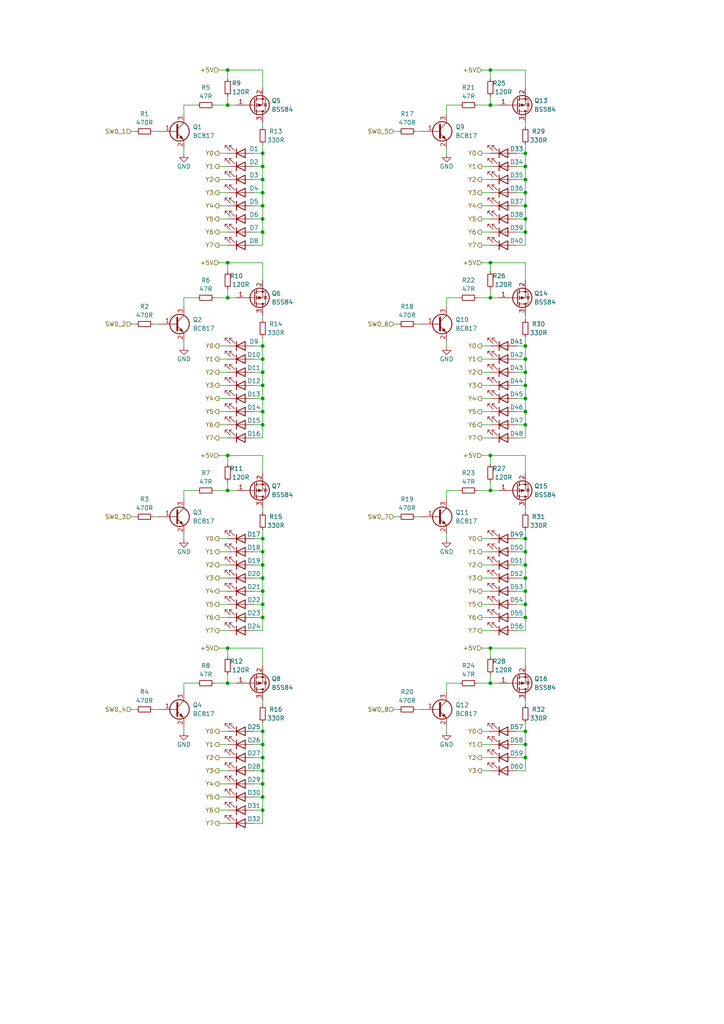
<source format=kicad_sch>
(kicad_sch (version 20211123) (generator eeschema)
  (paper "A4" portrait)
  (junction (at 76.2 55.88))
  (junction (at 76.2 115.57))
  (junction (at 142.24 20.32))
  (junction (at 76.2 234.95))
  (junction (at 76.2 67.31))
  (junction (at 142.24 198.12))
  (junction (at 76.2 171.45))
  (junction (at 142.24 30.48))
  (junction (at 66.04 132.08))
  (junction (at 66.04 76.2))
  (junction (at 76.2 123.19))
  (junction (at 142.24 142.24))
  (junction (at 152.4 123.19))
  (junction (at 142.24 187.96))
  (junction (at 76.2 167.64))
  (junction (at 76.2 52.07))
  (junction (at 152.4 163.83))
  (junction (at 152.4 67.31))
  (junction (at 152.4 107.95))
  (junction (at 76.2 63.5))
  (junction (at 152.4 48.26))
  (junction (at 152.4 55.88))
  (junction (at 76.2 231.14))
  (junction (at 152.4 44.45))
  (junction (at 152.4 52.07))
  (junction (at 152.4 179.07))
  (junction (at 66.04 142.24))
  (junction (at 76.2 212.09))
  (junction (at 76.2 119.38))
  (junction (at 66.04 20.32))
  (junction (at 152.4 219.71))
  (junction (at 76.2 44.45))
  (junction (at 152.4 156.21))
  (junction (at 152.4 212.09))
  (junction (at 76.2 223.52))
  (junction (at 66.04 198.12))
  (junction (at 66.04 30.48))
  (junction (at 76.2 163.83))
  (junction (at 66.04 187.96))
  (junction (at 142.24 86.36))
  (junction (at 152.4 115.57))
  (junction (at 76.2 219.71))
  (junction (at 152.4 59.69))
  (junction (at 76.2 227.33))
  (junction (at 76.2 175.26))
  (junction (at 76.2 156.21))
  (junction (at 76.2 100.33))
  (junction (at 76.2 107.95))
  (junction (at 142.24 132.08))
  (junction (at 142.24 76.2))
  (junction (at 152.4 175.26))
  (junction (at 76.2 104.14))
  (junction (at 152.4 119.38))
  (junction (at 152.4 167.64))
  (junction (at 152.4 111.76))
  (junction (at 66.04 86.36))
  (junction (at 152.4 215.9))
  (junction (at 152.4 63.5))
  (junction (at 152.4 100.33))
  (junction (at 152.4 104.14))
  (junction (at 152.4 160.02))
  (junction (at 76.2 160.02))
  (junction (at 76.2 215.9))
  (junction (at 76.2 179.07))
  (junction (at 76.2 111.76))
  (junction (at 76.2 59.69))
  (junction (at 76.2 48.26))
  (junction (at 152.4 171.45))
  (wire (pts (xy 149.86 104.14) (xy 152.4 104.14)))
  (wire (pts (xy 63.5 238.76) (xy 66.04 238.76)))
  (wire (pts (xy 66.04 187.96) (xy 76.2 187.96)))
  (wire (pts (xy 76.2 44.45) (xy 76.2 48.26)))
  (wire (pts (xy 152.4 20.32) (xy 152.4 25.4)))
  (wire (pts (xy 139.7 67.31) (xy 142.24 67.31)))
  (wire (pts (xy 63.5 219.71) (xy 66.04 219.71)))
  (wire (pts (xy 139.7 48.26) (xy 142.24 48.26)))
  (wire (pts (xy 142.24 142.24) (xy 144.78 142.24)))
  (wire (pts (xy 149.86 219.71) (xy 152.4 219.71)))
  (wire (pts (xy 152.4 104.14) (xy 152.4 107.95)))
  (wire (pts (xy 114.3 205.74) (xy 115.57 205.74)))
  (wire (pts (xy 66.04 195.58) (xy 66.04 198.12)))
  (wire (pts (xy 120.65 149.86) (xy 121.92 149.86)))
  (wire (pts (xy 73.66 167.64) (xy 76.2 167.64)))
  (wire (pts (xy 66.04 30.48) (xy 68.58 30.48)))
  (wire (pts (xy 73.66 115.57) (xy 76.2 115.57)))
  (wire (pts (xy 57.15 86.36) (xy 53.34 86.36)))
  (wire (pts (xy 44.45 93.98) (xy 45.72 93.98)))
  (wire (pts (xy 149.86 111.76) (xy 152.4 111.76)))
  (wire (pts (xy 66.04 142.24) (xy 68.58 142.24)))
  (wire (pts (xy 73.66 107.95) (xy 76.2 107.95)))
  (wire (pts (xy 139.7 160.02) (xy 142.24 160.02)))
  (wire (pts (xy 152.4 132.08) (xy 152.4 137.16)))
  (wire (pts (xy 73.66 119.38) (xy 76.2 119.38)))
  (wire (pts (xy 63.5 132.08) (xy 66.04 132.08)))
  (wire (pts (xy 76.2 97.79) (xy 76.2 100.33)))
  (wire (pts (xy 149.86 215.9) (xy 152.4 215.9)))
  (wire (pts (xy 142.24 20.32) (xy 152.4 20.32)))
  (wire (pts (xy 139.7 104.14) (xy 142.24 104.14)))
  (wire (pts (xy 63.5 100.33) (xy 66.04 100.33)))
  (wire (pts (xy 142.24 195.58) (xy 142.24 198.12)))
  (wire (pts (xy 73.66 55.88) (xy 76.2 55.88)))
  (wire (pts (xy 76.2 167.64) (xy 76.2 171.45)))
  (wire (pts (xy 66.04 198.12) (xy 68.58 198.12)))
  (wire (pts (xy 63.5 115.57) (xy 66.04 115.57)))
  (wire (pts (xy 142.24 132.08) (xy 152.4 132.08)))
  (wire (pts (xy 152.4 212.09) (xy 152.4 215.9)))
  (wire (pts (xy 139.7 179.07) (xy 142.24 179.07)))
  (wire (pts (xy 139.7 171.45) (xy 142.24 171.45)))
  (wire (pts (xy 76.2 223.52) (xy 76.2 227.33)))
  (wire (pts (xy 149.86 127) (xy 152.4 127)))
  (wire (pts (xy 139.7 115.57) (xy 142.24 115.57)))
  (wire (pts (xy 73.66 156.21) (xy 76.2 156.21)))
  (wire (pts (xy 114.3 38.1) (xy 115.57 38.1)))
  (wire (pts (xy 139.7 127) (xy 142.24 127)))
  (wire (pts (xy 139.7 107.95) (xy 142.24 107.95)))
  (wire (pts (xy 44.45 38.1) (xy 45.72 38.1)))
  (wire (pts (xy 139.7 163.83) (xy 142.24 163.83)))
  (wire (pts (xy 63.5 71.12) (xy 66.04 71.12)))
  (wire (pts (xy 152.4 119.38) (xy 152.4 123.19)))
  (wire (pts (xy 149.86 59.69) (xy 152.4 59.69)))
  (wire (pts (xy 129.54 99.06) (xy 129.54 100.33)))
  (wire (pts (xy 139.7 219.71) (xy 142.24 219.71)))
  (wire (pts (xy 152.4 203.2) (xy 152.4 204.47)))
  (wire (pts (xy 73.66 234.95) (xy 76.2 234.95)))
  (wire (pts (xy 114.3 149.86) (xy 115.57 149.86)))
  (wire (pts (xy 63.5 223.52) (xy 66.04 223.52)))
  (wire (pts (xy 149.86 44.45) (xy 152.4 44.45)))
  (wire (pts (xy 139.7 156.21) (xy 142.24 156.21)))
  (wire (pts (xy 152.4 171.45) (xy 152.4 175.26)))
  (wire (pts (xy 76.2 107.95) (xy 76.2 111.76)))
  (wire (pts (xy 53.34 154.94) (xy 53.34 156.21)))
  (wire (pts (xy 138.43 142.24) (xy 142.24 142.24)))
  (wire (pts (xy 152.4 107.95) (xy 152.4 111.76)))
  (wire (pts (xy 152.4 111.76) (xy 152.4 115.57)))
  (wire (pts (xy 63.5 127) (xy 66.04 127)))
  (wire (pts (xy 142.24 30.48) (xy 144.78 30.48)))
  (wire (pts (xy 139.7 123.19) (xy 142.24 123.19)))
  (wire (pts (xy 44.45 149.86) (xy 45.72 149.86)))
  (wire (pts (xy 73.66 227.33) (xy 76.2 227.33)))
  (wire (pts (xy 139.7 59.69) (xy 142.24 59.69)))
  (wire (pts (xy 142.24 187.96) (xy 142.24 190.5)))
  (wire (pts (xy 76.2 132.08) (xy 76.2 137.16)))
  (wire (pts (xy 139.7 175.26) (xy 142.24 175.26)))
  (wire (pts (xy 139.7 100.33) (xy 142.24 100.33)))
  (wire (pts (xy 152.4 123.19) (xy 152.4 127)))
  (wire (pts (xy 63.5 55.88) (xy 66.04 55.88)))
  (wire (pts (xy 76.2 41.91) (xy 76.2 44.45)))
  (wire (pts (xy 142.24 76.2) (xy 152.4 76.2)))
  (wire (pts (xy 152.4 100.33) (xy 152.4 104.14)))
  (wire (pts (xy 76.2 67.31) (xy 76.2 71.12)))
  (wire (pts (xy 152.4 219.71) (xy 152.4 223.52)))
  (wire (pts (xy 63.5 179.07) (xy 66.04 179.07)))
  (wire (pts (xy 152.4 97.79) (xy 152.4 100.33)))
  (wire (pts (xy 139.7 167.64) (xy 142.24 167.64)))
  (wire (pts (xy 142.24 86.36) (xy 144.78 86.36)))
  (wire (pts (xy 149.86 223.52) (xy 152.4 223.52)))
  (wire (pts (xy 66.04 132.08) (xy 66.04 134.62)))
  (wire (pts (xy 76.2 52.07) (xy 76.2 55.88)))
  (wire (pts (xy 66.04 76.2) (xy 76.2 76.2)))
  (wire (pts (xy 63.5 182.88) (xy 66.04 182.88)))
  (wire (pts (xy 149.86 67.31) (xy 152.4 67.31)))
  (wire (pts (xy 73.66 104.14) (xy 76.2 104.14)))
  (wire (pts (xy 152.4 59.69) (xy 152.4 63.5)))
  (wire (pts (xy 66.04 76.2) (xy 66.04 78.74)))
  (wire (pts (xy 63.5 104.14) (xy 66.04 104.14)))
  (wire (pts (xy 63.5 187.96) (xy 66.04 187.96)))
  (wire (pts (xy 63.5 234.95) (xy 66.04 234.95)))
  (wire (pts (xy 63.5 175.26) (xy 66.04 175.26)))
  (wire (pts (xy 139.7 76.2) (xy 142.24 76.2)))
  (wire (pts (xy 63.5 231.14) (xy 66.04 231.14)))
  (wire (pts (xy 149.86 163.83) (xy 152.4 163.83)))
  (wire (pts (xy 152.4 215.9) (xy 152.4 219.71)))
  (wire (pts (xy 149.86 182.88) (xy 152.4 182.88)))
  (wire (pts (xy 73.66 171.45) (xy 76.2 171.45)))
  (wire (pts (xy 139.7 55.88) (xy 142.24 55.88)))
  (wire (pts (xy 76.2 160.02) (xy 76.2 163.83)))
  (wire (pts (xy 66.04 20.32) (xy 76.2 20.32)))
  (wire (pts (xy 53.34 30.48) (xy 53.34 33.02)))
  (wire (pts (xy 63.5 63.5) (xy 66.04 63.5)))
  (wire (pts (xy 149.86 167.64) (xy 152.4 167.64)))
  (wire (pts (xy 76.2 179.07) (xy 76.2 182.88)))
  (wire (pts (xy 76.2 175.26) (xy 76.2 179.07)))
  (wire (pts (xy 53.34 43.18) (xy 53.34 44.45)))
  (wire (pts (xy 76.2 219.71) (xy 76.2 223.52)))
  (wire (pts (xy 66.04 27.94) (xy 66.04 30.48)))
  (wire (pts (xy 73.66 111.76) (xy 76.2 111.76)))
  (wire (pts (xy 76.2 63.5) (xy 76.2 67.31)))
  (wire (pts (xy 142.24 187.96) (xy 152.4 187.96)))
  (wire (pts (xy 142.24 139.7) (xy 142.24 142.24)))
  (wire (pts (xy 38.1 38.1) (xy 39.37 38.1)))
  (wire (pts (xy 76.2 104.14) (xy 76.2 107.95)))
  (wire (pts (xy 149.86 71.12) (xy 152.4 71.12)))
  (wire (pts (xy 73.66 238.76) (xy 76.2 238.76)))
  (wire (pts (xy 142.24 27.94) (xy 142.24 30.48)))
  (wire (pts (xy 129.54 43.18) (xy 129.54 44.45)))
  (wire (pts (xy 63.5 119.38) (xy 66.04 119.38)))
  (wire (pts (xy 114.3 93.98) (xy 115.57 93.98)))
  (wire (pts (xy 152.4 163.83) (xy 152.4 167.64)))
  (wire (pts (xy 76.2 209.55) (xy 76.2 212.09)))
  (wire (pts (xy 76.2 111.76) (xy 76.2 115.57)))
  (wire (pts (xy 73.66 215.9) (xy 76.2 215.9)))
  (wire (pts (xy 63.5 156.21) (xy 66.04 156.21)))
  (wire (pts (xy 73.66 67.31) (xy 76.2 67.31)))
  (wire (pts (xy 76.2 91.44) (xy 76.2 92.71)))
  (wire (pts (xy 152.4 160.02) (xy 152.4 163.83)))
  (wire (pts (xy 63.5 107.95) (xy 66.04 107.95)))
  (wire (pts (xy 149.86 115.57) (xy 152.4 115.57)))
  (wire (pts (xy 66.04 83.82) (xy 66.04 86.36)))
  (wire (pts (xy 66.04 187.96) (xy 66.04 190.5)))
  (wire (pts (xy 152.4 209.55) (xy 152.4 212.09)))
  (wire (pts (xy 152.4 147.32) (xy 152.4 148.59)))
  (wire (pts (xy 139.7 20.32) (xy 142.24 20.32)))
  (wire (pts (xy 139.7 52.07) (xy 142.24 52.07)))
  (wire (pts (xy 63.5 123.19) (xy 66.04 123.19)))
  (wire (pts (xy 76.2 76.2) (xy 76.2 81.28)))
  (wire (pts (xy 142.24 20.32) (xy 142.24 22.86)))
  (wire (pts (xy 152.4 179.07) (xy 152.4 182.88)))
  (wire (pts (xy 73.66 123.19) (xy 76.2 123.19)))
  (wire (pts (xy 73.66 163.83) (xy 76.2 163.83)))
  (wire (pts (xy 133.35 142.24) (xy 129.54 142.24)))
  (wire (pts (xy 149.86 100.33) (xy 152.4 100.33)))
  (wire (pts (xy 63.5 160.02) (xy 66.04 160.02)))
  (wire (pts (xy 152.4 175.26) (xy 152.4 179.07)))
  (wire (pts (xy 57.15 30.48) (xy 53.34 30.48)))
  (wire (pts (xy 66.04 139.7) (xy 66.04 142.24)))
  (wire (pts (xy 63.5 20.32) (xy 66.04 20.32)))
  (wire (pts (xy 76.2 234.95) (xy 76.2 238.76)))
  (wire (pts (xy 63.5 59.69) (xy 66.04 59.69)))
  (wire (pts (xy 76.2 100.33) (xy 76.2 104.14)))
  (wire (pts (xy 120.65 93.98) (xy 121.92 93.98)))
  (wire (pts (xy 63.5 52.07) (xy 66.04 52.07)))
  (wire (pts (xy 63.5 167.64) (xy 66.04 167.64)))
  (wire (pts (xy 142.24 132.08) (xy 142.24 134.62)))
  (wire (pts (xy 53.34 210.82) (xy 53.34 212.09)))
  (wire (pts (xy 152.4 153.67) (xy 152.4 156.21)))
  (wire (pts (xy 76.2 212.09) (xy 76.2 215.9)))
  (wire (pts (xy 149.86 171.45) (xy 152.4 171.45)))
  (wire (pts (xy 38.1 149.86) (xy 39.37 149.86)))
  (wire (pts (xy 73.66 44.45) (xy 76.2 44.45)))
  (wire (pts (xy 73.66 52.07) (xy 76.2 52.07)))
  (wire (pts (xy 66.04 20.32) (xy 66.04 22.86)))
  (wire (pts (xy 139.7 132.08) (xy 142.24 132.08)))
  (wire (pts (xy 62.23 142.24) (xy 66.04 142.24)))
  (wire (pts (xy 139.7 215.9) (xy 142.24 215.9)))
  (wire (pts (xy 73.66 231.14) (xy 76.2 231.14)))
  (wire (pts (xy 62.23 30.48) (xy 66.04 30.48)))
  (wire (pts (xy 149.86 55.88) (xy 152.4 55.88)))
  (wire (pts (xy 152.4 41.91) (xy 152.4 44.45)))
  (wire (pts (xy 76.2 59.69) (xy 76.2 63.5)))
  (wire (pts (xy 129.54 198.12) (xy 129.54 200.66)))
  (wire (pts (xy 149.86 175.26) (xy 152.4 175.26)))
  (wire (pts (xy 44.45 205.74) (xy 45.72 205.74)))
  (wire (pts (xy 53.34 86.36) (xy 53.34 88.9)))
  (wire (pts (xy 76.2 171.45) (xy 76.2 175.26)))
  (wire (pts (xy 142.24 198.12) (xy 144.78 198.12)))
  (wire (pts (xy 129.54 142.24) (xy 129.54 144.78)))
  (wire (pts (xy 129.54 86.36) (xy 129.54 88.9)))
  (wire (pts (xy 129.54 210.82) (xy 129.54 212.09)))
  (wire (pts (xy 120.65 205.74) (xy 121.92 205.74)))
  (wire (pts (xy 76.2 48.26) (xy 76.2 52.07)))
  (wire (pts (xy 76.2 119.38) (xy 76.2 123.19)))
  (wire (pts (xy 63.5 163.83) (xy 66.04 163.83)))
  (wire (pts (xy 73.66 182.88) (xy 76.2 182.88)))
  (wire (pts (xy 149.86 179.07) (xy 152.4 179.07)))
  (wire (pts (xy 76.2 123.19) (xy 76.2 127)))
  (wire (pts (xy 53.34 99.06) (xy 53.34 100.33)))
  (wire (pts (xy 149.86 212.09) (xy 152.4 212.09)))
  (wire (pts (xy 73.66 175.26) (xy 76.2 175.26)))
  (wire (pts (xy 133.35 30.48) (xy 129.54 30.48)))
  (wire (pts (xy 152.4 44.45) (xy 152.4 48.26)))
  (wire (pts (xy 63.5 67.31) (xy 66.04 67.31)))
  (wire (pts (xy 63.5 48.26) (xy 66.04 48.26)))
  (wire (pts (xy 139.7 212.09) (xy 142.24 212.09)))
  (wire (pts (xy 138.43 30.48) (xy 142.24 30.48)))
  (wire (pts (xy 76.2 35.56) (xy 76.2 36.83)))
  (wire (pts (xy 76.2 227.33) (xy 76.2 231.14)))
  (wire (pts (xy 73.66 59.69) (xy 76.2 59.69)))
  (wire (pts (xy 139.7 71.12) (xy 142.24 71.12)))
  (wire (pts (xy 139.7 111.76) (xy 142.24 111.76)))
  (wire (pts (xy 76.2 55.88) (xy 76.2 59.69)))
  (wire (pts (xy 38.1 205.74) (xy 39.37 205.74)))
  (wire (pts (xy 62.23 86.36) (xy 66.04 86.36)))
  (wire (pts (xy 152.4 48.26) (xy 152.4 52.07)))
  (wire (pts (xy 73.66 160.02) (xy 76.2 160.02)))
  (wire (pts (xy 73.66 219.71) (xy 76.2 219.71)))
  (wire (pts (xy 57.15 142.24) (xy 53.34 142.24)))
  (wire (pts (xy 76.2 187.96) (xy 76.2 193.04)))
  (wire (pts (xy 129.54 154.94) (xy 129.54 156.21)))
  (wire (pts (xy 152.4 76.2) (xy 152.4 81.28)))
  (wire (pts (xy 63.5 212.09) (xy 66.04 212.09)))
  (wire (pts (xy 149.86 160.02) (xy 152.4 160.02)))
  (wire (pts (xy 139.7 119.38) (xy 142.24 119.38)))
  (wire (pts (xy 139.7 182.88) (xy 142.24 182.88)))
  (wire (pts (xy 73.66 71.12) (xy 76.2 71.12)))
  (wire (pts (xy 152.4 91.44) (xy 152.4 92.71)))
  (wire (pts (xy 63.5 215.9) (xy 66.04 215.9)))
  (wire (pts (xy 57.15 198.12) (xy 53.34 198.12)))
  (wire (pts (xy 53.34 198.12) (xy 53.34 200.66)))
  (wire (pts (xy 73.66 100.33) (xy 76.2 100.33)))
  (wire (pts (xy 76.2 153.67) (xy 76.2 156.21)))
  (wire (pts (xy 149.86 107.95) (xy 152.4 107.95)))
  (wire (pts (xy 139.7 223.52) (xy 142.24 223.52)))
  (wire (pts (xy 76.2 115.57) (xy 76.2 119.38)))
  (wire (pts (xy 152.4 35.56) (xy 152.4 36.83)))
  (wire (pts (xy 63.5 44.45) (xy 66.04 44.45)))
  (wire (pts (xy 149.86 48.26) (xy 152.4 48.26)))
  (wire (pts (xy 133.35 86.36) (xy 129.54 86.36)))
  (wire (pts (xy 152.4 167.64) (xy 152.4 171.45)))
  (wire (pts (xy 149.86 123.19) (xy 152.4 123.19)))
  (wire (pts (xy 76.2 147.32) (xy 76.2 148.59)))
  (wire (pts (xy 139.7 187.96) (xy 142.24 187.96)))
  (wire (pts (xy 38.1 93.98) (xy 39.37 93.98)))
  (wire (pts (xy 63.5 111.76) (xy 66.04 111.76)))
  (wire (pts (xy 152.4 63.5) (xy 152.4 67.31)))
  (wire (pts (xy 66.04 86.36) (xy 68.58 86.36)))
  (wire (pts (xy 152.4 55.88) (xy 152.4 59.69)))
  (wire (pts (xy 63.5 171.45) (xy 66.04 171.45)))
  (wire (pts (xy 76.2 231.14) (xy 76.2 234.95)))
  (wire (pts (xy 76.2 203.2) (xy 76.2 204.47)))
  (wire (pts (xy 152.4 187.96) (xy 152.4 193.04)))
  (wire (pts (xy 73.66 212.09) (xy 76.2 212.09)))
  (wire (pts (xy 139.7 44.45) (xy 142.24 44.45)))
  (wire (pts (xy 76.2 215.9) (xy 76.2 219.71)))
  (wire (pts (xy 152.4 67.31) (xy 152.4 71.12)))
  (wire (pts (xy 73.66 179.07) (xy 76.2 179.07)))
  (wire (pts (xy 73.66 48.26) (xy 76.2 48.26)))
  (wire (pts (xy 152.4 52.07) (xy 152.4 55.88)))
  (wire (pts (xy 73.66 223.52) (xy 76.2 223.52)))
  (wire (pts (xy 149.86 52.07) (xy 152.4 52.07)))
  (wire (pts (xy 142.24 83.82) (xy 142.24 86.36)))
  (wire (pts (xy 152.4 156.21) (xy 152.4 160.02)))
  (wire (pts (xy 76.2 163.83) (xy 76.2 167.64)))
  (wire (pts (xy 73.66 127) (xy 76.2 127)))
  (wire (pts (xy 138.43 198.12) (xy 142.24 198.12)))
  (wire (pts (xy 76.2 20.32) (xy 76.2 25.4)))
  (wire (pts (xy 76.2 156.21) (xy 76.2 160.02)))
  (wire (pts (xy 133.35 198.12) (xy 129.54 198.12)))
  (wire (pts (xy 149.86 63.5) (xy 152.4 63.5)))
  (wire (pts (xy 63.5 227.33) (xy 66.04 227.33)))
  (wire (pts (xy 53.34 142.24) (xy 53.34 144.78)))
  (wire (pts (xy 73.66 63.5) (xy 76.2 63.5)))
  (wire (pts (xy 142.24 76.2) (xy 142.24 78.74)))
  (wire (pts (xy 63.5 76.2) (xy 66.04 76.2)))
  (wire (pts (xy 66.04 132.08) (xy 76.2 132.08)))
  (wire (pts (xy 152.4 115.57) (xy 152.4 119.38)))
  (wire (pts (xy 139.7 63.5) (xy 142.24 63.5)))
  (wire (pts (xy 62.23 198.12) (xy 66.04 198.12)))
  (wire (pts (xy 138.43 86.36) (xy 142.24 86.36)))
  (wire (pts (xy 120.65 38.1) (xy 121.92 38.1)))
  (wire (pts (xy 129.54 30.48) (xy 129.54 33.02)))
  (wire (pts (xy 149.86 119.38) (xy 152.4 119.38)))
  (wire (pts (xy 149.86 156.21) (xy 152.4 156.21)))
  (hierarchical_label "Y4" (shape output) (at 139.7 171.45 180))
  (hierarchical_label "Y4" (shape output) (at 63.5 227.33 180))
  (hierarchical_label "Y2" (shape output) (at 139.7 107.95 180))
  (hierarchical_label "Y0" (shape output) (at 139.7 44.45 180))
  (hierarchical_label "+5V" (shape input) (at 63.5 132.08 180))
  (hierarchical_label "Y3" (shape output) (at 63.5 167.64 180))
  (hierarchical_label "Y2" (shape output) (at 139.7 219.71 180))
  (hierarchical_label "+5V" (shape input) (at 139.7 187.96 180))
  (hierarchical_label "SW0_8" (shape input) (at 114.3 205.74 180))
  (hierarchical_label "Y4" (shape output) (at 139.7 59.69 180))
  (hierarchical_label "Y6" (shape output) (at 139.7 123.19 180))
  (hierarchical_label "Y5" (shape output) (at 63.5 63.5 180))
  (hierarchical_label "Y1" (shape output) (at 139.7 160.02 180))
  (hierarchical_label "Y3" (shape output) (at 139.7 223.52 180))
  (hierarchical_label "+5V" (shape input) (at 139.7 76.2 180))
  (hierarchical_label "SW0_5" (shape input) (at 114.3 38.1 180))
  (hierarchical_label "Y6" (shape output) (at 63.5 234.95 180))
  (hierarchical_label "Y4" (shape output) (at 63.5 115.57 180))
  (hierarchical_label "Y1" (shape output) (at 63.5 160.02 180))
  (hierarchical_label "Y7" (shape output) (at 139.7 127 180))
  (hierarchical_label "Y2" (shape output) (at 63.5 52.07 180))
  (hierarchical_label "Y7" (shape output) (at 63.5 127 180))
  (hierarchical_label "Y6" (shape output) (at 63.5 67.31 180))
  (hierarchical_label "Y6" (shape output) (at 63.5 123.19 180))
  (hierarchical_label "Y6" (shape output) (at 139.7 67.31 180))
  (hierarchical_label "+5V" (shape input) (at 139.7 20.32 180))
  (hierarchical_label "Y5" (shape output) (at 63.5 119.38 180))
  (hierarchical_label "Y1" (shape output) (at 63.5 48.26 180))
  (hierarchical_label "Y7" (shape output) (at 63.5 71.12 180))
  (hierarchical_label "+5V" (shape input) (at 139.7 132.08 180))
  (hierarchical_label "Y1" (shape output) (at 139.7 215.9 180))
  (hierarchical_label "Y7" (shape output) (at 139.7 182.88 180))
  (hierarchical_label "Y2" (shape output) (at 139.7 163.83 180))
  (hierarchical_label "Y1" (shape output) (at 139.7 104.14 180))
  (hierarchical_label "Y5" (shape output) (at 63.5 175.26 180))
  (hierarchical_label "Y1" (shape output) (at 63.5 215.9 180))
  (hierarchical_label "Y0" (shape output) (at 139.7 100.33 180))
  (hierarchical_label "Y4" (shape output) (at 63.5 171.45 180))
  (hierarchical_label "Y6" (shape output) (at 139.7 179.07 180))
  (hierarchical_label "Y6" (shape output) (at 63.5 179.07 180))
  (hierarchical_label "Y0" (shape output) (at 63.5 44.45 180))
  (hierarchical_label "Y7" (shape output) (at 139.7 71.12 180))
  (hierarchical_label "Y3" (shape output) (at 139.7 167.64 180))
  (hierarchical_label "SW0_4" (shape input) (at 38.1 205.74 180))
  (hierarchical_label "Y5" (shape output) (at 139.7 63.5 180))
  (hierarchical_label "SW0_6" (shape input) (at 114.3 93.98 180))
  (hierarchical_label "Y0" (shape output) (at 139.7 212.09 180))
  (hierarchical_label "Y0" (shape output) (at 63.5 212.09 180))
  (hierarchical_label "+5V" (shape input) (at 63.5 20.32 180))
  (hierarchical_label "Y2" (shape output) (at 63.5 163.83 180))
  (hierarchical_label "SW0_1" (shape input) (at 38.1 38.1 180))
  (hierarchical_label "SW0_3" (shape input) (at 38.1 149.86 180))
  (hierarchical_label "Y4" (shape output) (at 139.7 115.57 180))
  (hierarchical_label "Y3" (shape output) (at 63.5 223.52 180))
  (hierarchical_label "Y1" (shape output) (at 139.7 48.26 180))
  (hierarchical_label "Y0" (shape output) (at 63.5 156.21 180))
  (hierarchical_label "Y0" (shape output) (at 139.7 156.21 180))
  (hierarchical_label "Y5" (shape output) (at 139.7 175.26 180))
  (hierarchical_label "Y3" (shape output) (at 63.5 111.76 180))
  (hierarchical_label "Y3" (shape output) (at 139.7 55.88 180))
  (hierarchical_label "Y0" (shape output) (at 63.5 100.33 180))
  (hierarchical_label "Y5" (shape output) (at 139.7 119.38 180))
  (hierarchical_label "Y2" (shape output) (at 139.7 52.07 180))
  (hierarchical_label "Y3" (shape output) (at 63.5 55.88 180))
  (hierarchical_label "Y7" (shape output) (at 63.5 238.76 180))
  (hierarchical_label "Y3" (shape output) (at 139.7 111.76 180))
  (hierarchical_label "+5V" (shape input) (at 63.5 187.96 180))
  (hierarchical_label "Y5" (shape output) (at 63.5 231.14 180))
  (hierarchical_label "Y2" (shape output) (at 63.5 219.71 180))
  (hierarchical_label "Y4" (shape output) (at 63.5 59.69 180))
  (hierarchical_label "Y2" (shape output) (at 63.5 107.95 180))
  (hierarchical_label "SW0_7" (shape input) (at 114.3 149.86 180))
  (hierarchical_label "Y1" (shape output) (at 63.5 104.14 180))
  (hierarchical_label "Y7" (shape output) (at 63.5 182.88 180))
  (hierarchical_label "SW0_2" (shape input) (at 38.1 93.98 180))
  (hierarchical_label "+5V" (shape input) (at 63.5 76.2 180))
  (symbol (lib_id "Device:R_Small") (at 76.2 39.37 0) (unit 1)
    (property "Reference" "R13" (at 80.01 38.1 0))
    (property "Value" "330R" (at 80.01 40.64 0))
    (property "Footprint" "Resistor_SMD:R_0603_1608Metric" (effects hide))
    (property "Datasheet" "https://ozdisan.com/pasif-komponentler/direncler/smt-smd-ve-cip-direncler/0603WAF3300T5E/708471" (effects hide))
  )
  (symbol (lib_id "Device:LED") (at 69.85 167.64 0) (mirror x) (unit 1)
    (property "Reference" "D20" (at 73.66 166.37 0))
    (property "Value" "WHITE" (effects hide))
    (property "Footprint" "LED_SMD:LED_0603_1608Metric" (effects hide))
    (property "Datasheet" "https://ozdisan.com/led-ve-aydinlatma-cozumleri/led-komponentler/sinyal-ledler-beyaz/HL-PST-1608H233W-HF4/513250" (effects hide))
  )
  (symbol (lib_id "Device:R_Small") (at 76.2 95.25 0) (unit 1)
    (property "Reference" "R14" (at 80.01 93.98 0))
    (property "Value" "330R" (at 80.01 96.52 0))
    (property "Footprint" "Resistor_SMD:R_0603_1608Metric" (effects hide))
    (property "Datasheet" "https://ozdisan.com/pasif-komponentler/direncler/smt-smd-ve-cip-direncler/0603WAF3300T5E/708471" (effects hide))
  )
  (symbol (lib_id "Device:R_Small") (at 142.24 137.16 0) (unit 1)
    (property "Reference" "R27" (at 144.78 135.89 0))
    (property "Value" "120R" (at 146.05 138.43 0))
    (property "Footprint" "Resistor_SMD:R_0603_1608Metric" (effects hide))
    (property "Datasheet" "https://ozdisan.com/pasif-komponentler/direncler/smt-smd-ve-cip-direncler/0603WAJ0121T5E/534838" (effects hide))
  )
  (symbol (lib_id "Device:LED") (at 69.85 231.14 0) (mirror x) (unit 1)
    (property "Reference" "D30" (at 73.66 229.87 0))
    (property "Value" "WHITE" (effects hide))
    (property "Footprint" "LED_SMD:LED_0603_1608Metric" (effects hide))
    (property "Datasheet" "https://ozdisan.com/led-ve-aydinlatma-cozumleri/led-komponentler/sinyal-ledler-beyaz/HL-PST-1608H233W-HF4/513250" (effects hide))
  )
  (symbol (lib_id "Transistor_FET:BSS84") (at 73.66 86.36 0) (mirror x) (unit 1)
    (property "Reference" "Q6" (at 78.74 85.09 0) (effects (justify left)))
    (property "Value" "BSS84" (at 78.74 87.63 0) (effects (justify left)))
    (property "Footprint" "Package_TO_SOT_SMD:SOT-23" (effects hide))
    (property "Datasheet" "https://ozdisan.com/guc-yari-iletkenleri/mosfetler/discrete-mosfetler/BSS84-HT/531196" (effects hide))
  )
  (symbol (lib_id "Device:LED") (at 146.05 59.69 0) (mirror x) (unit 1)
    (property "Reference" "D37" (at 149.86 58.42 0))
    (property "Value" "WHITE" (effects hide))
    (property "Footprint" "LED_SMD:LED_0603_1608Metric" (effects hide))
    (property "Datasheet" "https://ozdisan.com/led-ve-aydinlatma-cozumleri/led-komponentler/sinyal-ledler-beyaz/HL-PST-1608H233W-HF4/513250" (effects hide))
  )
  (symbol (lib_id "Device:R_Small") (at 118.11 205.74 270) (unit 1)
    (property "Reference" "R20" (at 118.11 200.66 90))
    (property "Value" "470R" (at 118.11 203.2 90))
    (property "Footprint" "Resistor_SMD:R_0603_1608Metric" (effects hide))
    (property "Datasheet" "https://ozdisan.com/pasif-komponentler/direncler/smt-smd-ve-cip-direncler/0603SAJ0471T5E/336231" (effects hide))
  )
  (symbol (lib_id "power:GND") (at 129.54 44.45 0) (unit 1)
    (property "Reference" "#PWR05" (effects hide))
    (property "Value" "GND" (at 129.54 48.26 0))
  )
  (symbol (lib_id "Device:LED") (at 69.85 179.07 0) (mirror x) (unit 1)
    (property "Reference" "D23" (at 73.66 177.8 0))
    (property "Value" "WHITE" (effects hide))
    (property "Footprint" "LED_SMD:LED_0603_1608Metric" (effects hide))
    (property "Datasheet" "https://ozdisan.com/led-ve-aydinlatma-cozumleri/led-komponentler/sinyal-ledler-beyaz/HL-PST-1608H233W-HF4/513250" (effects hide))
  )
  (symbol (lib_id "Device:R_Small") (at 135.89 30.48 270) (unit 1)
    (property "Reference" "R21" (at 135.89 25.4 90))
    (property "Value" "47R" (at 135.89 27.94 90))
    (property "Footprint" "Resistor_SMD:R_0603_1608Metric" (effects hide))
    (property "Datasheet" "https://ozdisan.com/pasif-komponentler/direncler/smt-smd-ve-cip-direncler/0603SAJ0470T5E/336224" (effects hide))
  )
  (symbol (lib_id "Device:R_Small") (at 118.11 38.1 270) (unit 1)
    (property "Reference" "R17" (at 118.11 33.02 90))
    (property "Value" "470R" (at 118.11 35.56 90))
    (property "Footprint" "Resistor_SMD:R_0603_1608Metric" (effects hide))
    (property "Datasheet" "https://ozdisan.com/pasif-komponentler/direncler/smt-smd-ve-cip-direncler/0603SAJ0471T5E/336231" (effects hide))
  )
  (symbol (lib_id "Device:R_Small") (at 66.04 193.04 0) (unit 1)
    (property "Reference" "R12" (at 68.58 191.77 0))
    (property "Value" "120R" (at 69.85 194.31 0))
    (property "Footprint" "Resistor_SMD:R_0603_1608Metric" (effects hide))
    (property "Datasheet" "https://ozdisan.com/pasif-komponentler/direncler/smt-smd-ve-cip-direncler/0603WAJ0121T5E/534838" (effects hide))
  )
  (symbol (lib_id "Device:LED") (at 69.85 215.9 0) (mirror x) (unit 1)
    (property "Reference" "D26" (at 73.66 214.63 0))
    (property "Value" "WHITE" (effects hide))
    (property "Footprint" "LED_SMD:LED_0603_1608Metric" (effects hide))
    (property "Datasheet" "https://ozdisan.com/led-ve-aydinlatma-cozumleri/led-komponentler/sinyal-ledler-beyaz/HL-PST-1608H233W-HF4/513250" (effects hide))
  )
  (symbol (lib_id "Device:R_Small") (at 76.2 207.01 0) (unit 1)
    (property "Reference" "R16" (at 80.01 205.74 0))
    (property "Value" "330R" (at 80.01 208.28 0))
    (property "Footprint" "Resistor_SMD:R_0603_1608Metric" (effects hide))
    (property "Datasheet" "https://ozdisan.com/pasif-komponentler/direncler/smt-smd-ve-cip-direncler/0603WAF3300T5E/708471" (effects hide))
  )
  (symbol (lib_id "Device:R_Small") (at 66.04 81.28 0) (unit 1)
    (property "Reference" "R10" (at 68.58 80.01 0))
    (property "Value" "120R" (at 69.85 82.55 0))
    (property "Footprint" "Resistor_SMD:R_0603_1608Metric" (effects hide))
    (property "Datasheet" "https://ozdisan.com/pasif-komponentler/direncler/smt-smd-ve-cip-direncler/0603WAJ0121T5E/534838" (effects hide))
  )
  (symbol (lib_id "Device:R_Small") (at 152.4 207.01 0) (unit 1)
    (property "Reference" "R32" (at 156.21 205.74 0))
    (property "Value" "330R" (at 156.21 208.28 0))
    (property "Footprint" "Resistor_SMD:R_0603_1608Metric" (effects hide))
    (property "Datasheet" "https://ozdisan.com/pasif-komponentler/direncler/smt-smd-ve-cip-direncler/0603WAF3300T5E/708471" (effects hide))
  )
  (symbol (lib_id "Device:LED") (at 146.05 175.26 0) (mirror x) (unit 1)
    (property "Reference" "D54" (at 149.86 173.99 0))
    (property "Value" "WHITE" (effects hide))
    (property "Footprint" "LED_SMD:LED_0603_1608Metric" (effects hide))
    (property "Datasheet" "https://ozdisan.com/led-ve-aydinlatma-cozumleri/led-komponentler/sinyal-ledler-beyaz/HL-PST-1608H233W-HF4/513250" (effects hide))
  )
  (symbol (lib_id "Device:R_Small") (at 135.89 86.36 270) (unit 1)
    (property "Reference" "R22" (at 135.89 81.28 90))
    (property "Value" "47R" (at 135.89 83.82 90))
    (property "Footprint" "Resistor_SMD:R_0603_1608Metric" (effects hide))
    (property "Datasheet" "https://ozdisan.com/pasif-komponentler/direncler/smt-smd-ve-cip-direncler/0603SAJ0470T5E/336224" (effects hide))
  )
  (symbol (lib_id "Transistor_FET:BSS84") (at 149.86 142.24 0) (mirror x) (unit 1)
    (property "Reference" "Q15" (at 154.94 140.97 0) (effects (justify left)))
    (property "Value" "BSS84" (at 154.94 143.51 0) (effects (justify left)))
    (property "Footprint" "Package_TO_SOT_SMD:SOT-23" (effects hide))
    (property "Datasheet" "https://ozdisan.com/guc-yari-iletkenleri/mosfetler/discrete-mosfetler/BSS84-HT/531196" (effects hide))
  )
  (symbol (lib_id "Device:LED") (at 146.05 223.52 0) (mirror x) (unit 1)
    (property "Reference" "D60" (at 149.86 222.25 0))
    (property "Value" "WHITE" (effects hide))
    (property "Footprint" "LED_SMD:LED_0603_1608Metric" (effects hide))
    (property "Datasheet" "https://ozdisan.com/led-ve-aydinlatma-cozumleri/led-komponentler/sinyal-ledler-beyaz/HL-PST-1608H233W-HF4/513250" (effects hide))
  )
  (symbol (lib_id "Device:R_Small") (at 59.69 30.48 270) (unit 1)
    (property "Reference" "R5" (at 59.69 25.4 90))
    (property "Value" "47R" (at 59.69 27.94 90))
    (property "Footprint" "Resistor_SMD:R_0603_1608Metric" (effects hide))
    (property "Datasheet" "https://ozdisan.com/pasif-komponentler/direncler/smt-smd-ve-cip-direncler/0603SAJ0470T5E/336224" (effects hide))
  )
  (symbol (lib_id "Device:R_Small") (at 41.91 93.98 270) (unit 1)
    (property "Reference" "R2" (at 41.91 88.9 90))
    (property "Value" "470R" (at 41.91 91.44 90))
    (property "Footprint" "Resistor_SMD:R_0603_1608Metric" (effects hide))
    (property "Datasheet" "https://ozdisan.com/pasif-komponentler/direncler/smt-smd-ve-cip-direncler/0603SAJ0471T5E/336231" (effects hide))
  )
  (symbol (lib_id "Device:LED") (at 69.85 107.95 0) (mirror x) (unit 1)
    (property "Reference" "D11" (at 73.66 106.68 0))
    (property "Value" "WHITE" (effects hide))
    (property "Footprint" "LED_SMD:LED_0603_1608Metric" (effects hide))
    (property "Datasheet" "https://ozdisan.com/led-ve-aydinlatma-cozumleri/led-komponentler/sinyal-ledler-beyaz/HL-PST-1608H233W-HF4/513250" (effects hide))
  )
  (symbol (lib_id "Device:R_Small") (at 59.69 86.36 270) (unit 1)
    (property "Reference" "R6" (at 59.69 81.28 90))
    (property "Value" "47R" (at 59.69 83.82 90))
    (property "Footprint" "Resistor_SMD:R_0603_1608Metric" (effects hide))
    (property "Datasheet" "https://ozdisan.com/pasif-komponentler/direncler/smt-smd-ve-cip-direncler/0603SAJ0470T5E/336224" (effects hide))
  )
  (symbol (lib_id "Device:R_Small") (at 41.91 38.1 270) (unit 1)
    (property "Reference" "R1" (at 41.91 33.02 90))
    (property "Value" "470R" (at 41.91 35.56 90))
    (property "Footprint" "Resistor_SMD:R_0603_1608Metric" (effects hide))
    (property "Datasheet" "https://ozdisan.com/pasif-komponentler/direncler/smt-smd-ve-cip-direncler/0603SAJ0471T5E/336231" (effects hide))
  )
  (symbol (lib_id "Device:R_Small") (at 41.91 205.74 270) (unit 1)
    (property "Reference" "R4" (at 41.91 200.66 90))
    (property "Value" "470R" (at 41.91 203.2 90))
    (property "Footprint" "Resistor_SMD:R_0603_1608Metric" (effects hide))
    (property "Datasheet" "https://ozdisan.com/pasif-komponentler/direncler/smt-smd-ve-cip-direncler/0603SAJ0471T5E/336231" (effects hide))
  )
  (symbol (lib_id "power:GND") (at 53.34 44.45 0) (unit 1)
    (property "Reference" "#PWR01" (effects hide))
    (property "Value" "GND" (at 53.34 48.26 0))
  )
  (symbol (lib_id "Device:LED") (at 69.85 67.31 0) (mirror x) (unit 1)
    (property "Reference" "D7" (at 73.66 66.04 0))
    (property "Value" "WHITE" (effects hide))
    (property "Footprint" "LED_SMD:LED_0603_1608Metric" (effects hide))
    (property "Datasheet" "https://ozdisan.com/led-ve-aydinlatma-cozumleri/led-komponentler/sinyal-ledler-beyaz/HL-PST-1608H233W-HF4/513250" (effects hide))
  )
  (symbol (lib_id "Transistor_BJT:BC817") (at 127 38.1 0) (unit 1)
    (property "Reference" "Q9" (at 132.08 36.83 0) (effects (justify left)))
    (property "Value" "BC817" (at 132.08 39.37 0) (effects (justify left)))
    (property "Footprint" "Package_TO_SOT_SMD:SOT-23" (effects hide))
    (property "Datasheet" "https://ozdisan.com/guc-yari-iletkenleri/transistorler/discrete-transistorler/BC817-40-HT/417241" (effects hide))
  )
  (symbol (lib_id "Device:LED") (at 69.85 44.45 0) (mirror x) (unit 1)
    (property "Reference" "D1" (at 73.66 43.18 0))
    (property "Value" "WHITE" (effects hide))
    (property "Footprint" "LED_SMD:LED_0603_1608Metric" (effects hide))
    (property "Datasheet" "https://ozdisan.com/led-ve-aydinlatma-cozumleri/led-komponentler/sinyal-ledler-beyaz/HL-PST-1608H233W-HF4/513250" (effects hide))
  )
  (symbol (lib_id "Device:LED") (at 146.05 100.33 0) (mirror x) (unit 1)
    (property "Reference" "D41" (at 149.86 99.06 0))
    (property "Value" "WHITE" (effects hide))
    (property "Footprint" "LED_SMD:LED_0603_1608Metric" (effects hide))
    (property "Datasheet" "https://ozdisan.com/led-ve-aydinlatma-cozumleri/led-komponentler/sinyal-ledler-beyaz/HL-PST-1608H233W-HF4/513250" (effects hide))
  )
  (symbol (lib_id "Device:R_Small") (at 142.24 25.4 0) (unit 1)
    (property "Reference" "R25" (at 144.78 24.13 0))
    (property "Value" "120R" (at 146.05 26.67 0))
    (property "Footprint" "Resistor_SMD:R_0603_1608Metric" (effects hide))
    (property "Datasheet" "https://ozdisan.com/pasif-komponentler/direncler/smt-smd-ve-cip-direncler/0603WAJ0121T5E/534838" (effects hide))
  )
  (symbol (lib_id "Device:LED") (at 146.05 63.5 0) (mirror x) (unit 1)
    (property "Reference" "D38" (at 149.86 62.23 0))
    (property "Value" "WHITE" (effects hide))
    (property "Footprint" "LED_SMD:LED_0603_1608Metric" (effects hide))
    (property "Datasheet" "https://ozdisan.com/led-ve-aydinlatma-cozumleri/led-komponentler/sinyal-ledler-beyaz/HL-PST-1608H233W-HF4/513250" (effects hide))
  )
  (symbol (lib_id "Device:LED") (at 146.05 160.02 0) (mirror x) (unit 1)
    (property "Reference" "D50" (at 149.86 158.75 0))
    (property "Value" "WHITE" (effects hide))
    (property "Footprint" "LED_SMD:LED_0603_1608Metric" (effects hide))
    (property "Datasheet" "https://ozdisan.com/led-ve-aydinlatma-cozumleri/led-komponentler/sinyal-ledler-beyaz/HL-PST-1608H233W-HF4/513250" (effects hide))
  )
  (symbol (lib_id "Device:R_Small") (at 152.4 95.25 0) (unit 1)
    (property "Reference" "R30" (at 156.21 93.98 0))
    (property "Value" "330R" (at 156.21 96.52 0))
    (property "Footprint" "Resistor_SMD:R_0603_1608Metric" (effects hide))
    (property "Datasheet" "https://ozdisan.com/pasif-komponentler/direncler/smt-smd-ve-cip-direncler/0603WAF3300T5E/708471" (effects hide))
  )
  (symbol (lib_id "Device:LED") (at 146.05 111.76 0) (mirror x) (unit 1)
    (property "Reference" "D44" (at 149.86 110.49 0))
    (property "Value" "WHITE" (effects hide))
    (property "Footprint" "LED_SMD:LED_0603_1608Metric" (effects hide))
    (property "Datasheet" "https://ozdisan.com/led-ve-aydinlatma-cozumleri/led-komponentler/sinyal-ledler-beyaz/HL-PST-1608H233W-HF4/513250" (effects hide))
  )
  (symbol (lib_id "Device:LED") (at 69.85 234.95 0) (mirror x) (unit 1)
    (property "Reference" "D31" (at 73.66 233.68 0))
    (property "Value" "WHITE" (effects hide))
    (property "Footprint" "LED_SMD:LED_0603_1608Metric" (effects hide))
    (property "Datasheet" "https://ozdisan.com/led-ve-aydinlatma-cozumleri/led-komponentler/sinyal-ledler-beyaz/HL-PST-1608H233W-HF4/513250" (effects hide))
  )
  (symbol (lib_id "Device:LED") (at 146.05 48.26 0) (mirror x) (unit 1)
    (property "Reference" "D34" (at 149.86 46.99 0))
    (property "Value" "WHITE" (effects hide))
    (property "Footprint" "LED_SMD:LED_0603_1608Metric" (effects hide))
    (property "Datasheet" "https://ozdisan.com/led-ve-aydinlatma-cozumleri/led-komponentler/sinyal-ledler-beyaz/HL-PST-1608H233W-HF4/513250" (effects hide))
  )
  (symbol (lib_id "Device:LED") (at 69.85 48.26 0) (mirror x) (unit 1)
    (property "Reference" "D2" (at 73.66 46.99 0))
    (property "Value" "WHITE" (effects hide))
    (property "Footprint" "LED_SMD:LED_0603_1608Metric" (effects hide))
    (property "Datasheet" "https://ozdisan.com/led-ve-aydinlatma-cozumleri/led-komponentler/sinyal-ledler-beyaz/HL-PST-1608H233W-HF4/513250" (effects hide))
  )
  (symbol (lib_id "Device:LED") (at 69.85 104.14 0) (mirror x) (unit 1)
    (property "Reference" "D10" (at 73.66 102.87 0))
    (property "Value" "WHITE" (effects hide))
    (property "Footprint" "LED_SMD:LED_0603_1608Metric" (effects hide))
    (property "Datasheet" "https://ozdisan.com/led-ve-aydinlatma-cozumleri/led-komponentler/sinyal-ledler-beyaz/HL-PST-1608H233W-HF4/513250" (effects hide))
  )
  (symbol (lib_id "Transistor_FET:BSS84") (at 73.66 30.48 0) (mirror x) (unit 1)
    (property "Reference" "Q5" (at 78.74 29.21 0) (effects (justify left)))
    (property "Value" "BSS84" (at 78.74 31.75 0) (effects (justify left)))
    (property "Footprint" "Package_TO_SOT_SMD:SOT-23" (effects hide))
    (property "Datasheet" "https://ozdisan.com/guc-yari-iletkenleri/mosfetler/discrete-mosfetler/BSS84-HT/531196" (effects hide))
  )
  (symbol (lib_id "Device:LED") (at 69.85 52.07 0) (mirror x) (unit 1)
    (property "Reference" "D3" (at 73.66 50.8 0))
    (property "Value" "WHITE" (effects hide))
    (property "Footprint" "LED_SMD:LED_0603_1608Metric" (effects hide))
    (property "Datasheet" "https://ozdisan.com/led-ve-aydinlatma-cozumleri/led-komponentler/sinyal-ledler-beyaz/HL-PST-1608H233W-HF4/513250" (effects hide))
  )
  (symbol (lib_id "Device:LED") (at 146.05 104.14 0) (mirror x) (unit 1)
    (property "Reference" "D42" (at 149.86 102.87 0))
    (property "Value" "WHITE" (effects hide))
    (property "Footprint" "LED_SMD:LED_0603_1608Metric" (effects hide))
    (property "Datasheet" "https://ozdisan.com/led-ve-aydinlatma-cozumleri/led-komponentler/sinyal-ledler-beyaz/HL-PST-1608H233W-HF4/513250" (effects hide))
  )
  (symbol (lib_id "Device:LED") (at 69.85 219.71 0) (mirror x) (unit 1)
    (property "Reference" "D27" (at 73.66 218.44 0))
    (property "Value" "WHITE" (effects hide))
    (property "Footprint" "LED_SMD:LED_0603_1608Metric" (effects hide))
    (property "Datasheet" "https://ozdisan.com/led-ve-aydinlatma-cozumleri/led-komponentler/sinyal-ledler-beyaz/HL-PST-1608H233W-HF4/513250" (effects hide))
  )
  (symbol (lib_id "Transistor_BJT:BC817") (at 127 149.86 0) (unit 1)
    (property "Reference" "Q11" (at 132.08 148.59 0) (effects (justify left)))
    (property "Value" "BC817" (at 132.08 151.13 0) (effects (justify left)))
    (property "Footprint" "Package_TO_SOT_SMD:SOT-23" (effects hide))
    (property "Datasheet" "https://ozdisan.com/guc-yari-iletkenleri/transistorler/discrete-transistorler/BC817-40-HT/417241" (effects hide))
  )
  (symbol (lib_id "Transistor_FET:BSS84") (at 73.66 142.24 0) (mirror x) (unit 1)
    (property "Reference" "Q7" (at 78.74 140.97 0) (effects (justify left)))
    (property "Value" "BSS84" (at 78.74 143.51 0) (effects (justify left)))
    (property "Footprint" "Package_TO_SOT_SMD:SOT-23" (effects hide))
    (property "Datasheet" "https://ozdisan.com/guc-yari-iletkenleri/mosfetler/discrete-mosfetler/BSS84-HT/531196" (effects hide))
  )
  (symbol (lib_id "Device:LED") (at 146.05 171.45 0) (mirror x) (unit 1)
    (property "Reference" "D53" (at 149.86 170.18 0))
    (property "Value" "WHITE" (effects hide))
    (property "Footprint" "LED_SMD:LED_0603_1608Metric" (effects hide))
    (property "Datasheet" "https://ozdisan.com/led-ve-aydinlatma-cozumleri/led-komponentler/sinyal-ledler-beyaz/HL-PST-1608H233W-HF4/513250" (effects hide))
  )
  (symbol (lib_id "Device:LED") (at 69.85 238.76 0) (mirror x) (unit 1)
    (property "Reference" "D32" (at 73.66 237.49 0))
    (property "Value" "WHITE" (effects hide))
    (property "Footprint" "LED_SMD:LED_0603_1608Metric" (effects hide))
    (property "Datasheet" "https://ozdisan.com/led-ve-aydinlatma-cozumleri/led-komponentler/sinyal-ledler-beyaz/HL-PST-1608H233W-HF4/513250" (effects hide))
  )
  (symbol (lib_id "Device:LED") (at 69.85 59.69 0) (mirror x) (unit 1)
    (property "Reference" "D5" (at 73.66 58.42 0))
    (property "Value" "WHITE" (effects hide))
    (property "Footprint" "LED_SMD:LED_0603_1608Metric" (effects hide))
    (property "Datasheet" "https://ozdisan.com/led-ve-aydinlatma-cozumleri/led-komponentler/sinyal-ledler-beyaz/HL-PST-1608H233W-HF4/513250" (effects hide))
  )
  (symbol (lib_id "power:GND") (at 53.34 156.21 0) (unit 1)
    (property "Reference" "#PWR03" (effects hide))
    (property "Value" "GND" (at 53.34 160.02 0))
  )
  (symbol (lib_id "Device:LED") (at 146.05 67.31 0) (mirror x) (unit 1)
    (property "Reference" "D39" (at 149.86 66.04 0))
    (property "Value" "WHITE" (effects hide))
    (property "Footprint" "LED_SMD:LED_0603_1608Metric" (effects hide))
    (property "Datasheet" "https://ozdisan.com/led-ve-aydinlatma-cozumleri/led-komponentler/sinyal-ledler-beyaz/HL-PST-1608H233W-HF4/513250" (effects hide))
  )
  (symbol (lib_id "power:GND") (at 129.54 212.09 0) (unit 1)
    (property "Reference" "#PWR08" (effects hide))
    (property "Value" "GND" (at 129.54 215.9 0))
  )
  (symbol (lib_id "Transistor_FET:BSS84") (at 73.66 198.12 0) (mirror x) (unit 1)
    (property "Reference" "Q8" (at 78.74 196.85 0) (effects (justify left)))
    (property "Value" "BSS84" (at 78.74 199.39 0) (effects (justify left)))
    (property "Footprint" "Package_TO_SOT_SMD:SOT-23" (effects hide))
    (property "Datasheet" "https://ozdisan.com/guc-yari-iletkenleri/mosfetler/discrete-mosfetler/BSS84-HT/531196" (effects hide))
  )
  (symbol (lib_id "Device:LED") (at 69.85 171.45 0) (mirror x) (unit 1)
    (property "Reference" "D21" (at 73.66 170.18 0))
    (property "Value" "WHITE" (effects hide))
    (property "Footprint" "LED_SMD:LED_0603_1608Metric" (effects hide))
    (property "Datasheet" "https://ozdisan.com/led-ve-aydinlatma-cozumleri/led-komponentler/sinyal-ledler-beyaz/HL-PST-1608H233W-HF4/513250" (effects hide))
  )
  (symbol (lib_id "Device:LED") (at 69.85 115.57 0) (mirror x) (unit 1)
    (property "Reference" "D13" (at 73.66 114.3 0))
    (property "Value" "WHITE" (effects hide))
    (property "Footprint" "LED_SMD:LED_0603_1608Metric" (effects hide))
    (property "Datasheet" "https://ozdisan.com/led-ve-aydinlatma-cozumleri/led-komponentler/sinyal-ledler-beyaz/HL-PST-1608H233W-HF4/513250" (effects hide))
  )
  (symbol (lib_id "Device:LED") (at 69.85 212.09 0) (mirror x) (unit 1)
    (property "Reference" "D25" (at 73.66 210.82 0))
    (property "Value" "WHITE" (effects hide))
    (property "Footprint" "LED_SMD:LED_0603_1608Metric" (effects hide))
    (property "Datasheet" "https://ozdisan.com/led-ve-aydinlatma-cozumleri/led-komponentler/sinyal-ledler-beyaz/HL-PST-1608H233W-HF4/513250" (effects hide))
  )
  (symbol (lib_id "Device:LED") (at 146.05 44.45 0) (mirror x) (unit 1)
    (property "Reference" "D33" (at 149.86 43.18 0))
    (property "Value" "WHITE" (effects hide))
    (property "Footprint" "LED_SMD:LED_0603_1608Metric" (effects hide))
    (property "Datasheet" "https://ozdisan.com/led-ve-aydinlatma-cozumleri/led-komponentler/sinyal-ledler-beyaz/HL-PST-1608H233W-HF4/513250" (effects hide))
  )
  (symbol (lib_id "Device:LED") (at 146.05 119.38 0) (mirror x) (unit 1)
    (property "Reference" "D46" (at 149.86 118.11 0))
    (property "Value" "WHITE" (effects hide))
    (property "Footprint" "LED_SMD:LED_0603_1608Metric" (effects hide))
    (property "Datasheet" "https://ozdisan.com/led-ve-aydinlatma-cozumleri/led-komponentler/sinyal-ledler-beyaz/HL-PST-1608H233W-HF4/513250" (effects hide))
  )
  (symbol (lib_id "Device:R_Small") (at 59.69 142.24 270) (unit 1)
    (property "Reference" "R7" (at 59.69 137.16 90))
    (property "Value" "47R" (at 59.69 139.7 90))
    (property "Footprint" "Resistor_SMD:R_0603_1608Metric" (effects hide))
    (property "Datasheet" "https://ozdisan.com/pasif-komponentler/direncler/smt-smd-ve-cip-direncler/0603SAJ0470T5E/336224" (effects hide))
  )
  (symbol (lib_id "Device:LED") (at 146.05 219.71 0) (mirror x) (unit 1)
    (property "Reference" "D59" (at 149.86 218.44 0))
    (property "Value" "WHITE" (effects hide))
    (property "Footprint" "LED_SMD:LED_0603_1608Metric" (effects hide))
    (property "Datasheet" "https://ozdisan.com/led-ve-aydinlatma-cozumleri/led-komponentler/sinyal-ledler-beyaz/HL-PST-1608H233W-HF4/513250" (effects hide))
  )
  (symbol (lib_id "Device:LED") (at 146.05 182.88 0) (mirror x) (unit 1)
    (property "Reference" "D56" (at 149.86 181.61 0))
    (property "Value" "WHITE" (effects hide))
    (property "Footprint" "LED_SMD:LED_0603_1608Metric" (effects hide))
    (property "Datasheet" "https://ozdisan.com/led-ve-aydinlatma-cozumleri/led-komponentler/sinyal-ledler-beyaz/HL-PST-1608H233W-HF4/513250" (effects hide))
  )
  (symbol (lib_id "Device:R_Small") (at 66.04 137.16 0) (unit 1)
    (property "Reference" "R11" (at 68.58 135.89 0))
    (property "Value" "120R" (at 69.85 138.43 0))
    (property "Footprint" "Resistor_SMD:R_0603_1608Metric" (effects hide))
    (property "Datasheet" "https://ozdisan.com/pasif-komponentler/direncler/smt-smd-ve-cip-direncler/0603WAJ0121T5E/534838" (effects hide))
  )
  (symbol (lib_id "Transistor_FET:BSS84") (at 149.86 30.48 0) (mirror x) (unit 1)
    (property "Reference" "Q13" (at 154.94 29.21 0) (effects (justify left)))
    (property "Value" "BSS84" (at 154.94 31.75 0) (effects (justify left)))
    (property "Footprint" "Package_TO_SOT_SMD:SOT-23" (effects hide))
    (property "Datasheet" "https://ozdisan.com/guc-yari-iletkenleri/mosfetler/discrete-mosfetler/BSS84-HT/531196" (effects hide))
  )
  (symbol (lib_id "Device:LED") (at 69.85 163.83 0) (mirror x) (unit 1)
    (property "Reference" "D19" (at 73.66 162.56 0))
    (property "Value" "WHITE" (effects hide))
    (property "Footprint" "LED_SMD:LED_0603_1608Metric" (effects hide))
    (property "Datasheet" "https://ozdisan.com/led-ve-aydinlatma-cozumleri/led-komponentler/sinyal-ledler-beyaz/HL-PST-1608H233W-HF4/513250" (effects hide))
  )
  (symbol (lib_id "power:GND") (at 53.34 212.09 0) (unit 1)
    (property "Reference" "#PWR04" (effects hide))
    (property "Value" "GND" (at 53.34 215.9 0))
  )
  (symbol (lib_id "Device:LED") (at 69.85 111.76 0) (mirror x) (unit 1)
    (property "Reference" "D12" (at 73.66 110.49 0))
    (property "Value" "WHITE" (effects hide))
    (property "Footprint" "LED_SMD:LED_0603_1608Metric" (effects hide))
    (property "Datasheet" "https://ozdisan.com/led-ve-aydinlatma-cozumleri/led-komponentler/sinyal-ledler-beyaz/HL-PST-1608H233W-HF4/513250" (effects hide))
  )
  (symbol (lib_id "Device:LED") (at 146.05 167.64 0) (mirror x) (unit 1)
    (property "Reference" "D52" (at 149.86 166.37 0))
    (property "Value" "WHITE" (effects hide))
    (property "Footprint" "LED_SMD:LED_0603_1608Metric" (effects hide))
    (property "Datasheet" "https://ozdisan.com/led-ve-aydinlatma-cozumleri/led-komponentler/sinyal-ledler-beyaz/HL-PST-1608H233W-HF4/513250" (effects hide))
  )
  (symbol (lib_id "Device:R_Small") (at 152.4 151.13 0) (unit 1)
    (property "Reference" "R31" (at 156.21 149.86 0))
    (property "Value" "330R" (at 156.21 152.4 0))
    (property "Footprint" "Resistor_SMD:R_0603_1608Metric" (effects hide))
    (property "Datasheet" "https://ozdisan.com/pasif-komponentler/direncler/smt-smd-ve-cip-direncler/0603WAF3300T5E/708471" (effects hide))
  )
  (symbol (lib_id "Device:LED") (at 69.85 223.52 0) (mirror x) (unit 1)
    (property "Reference" "D28" (at 73.66 222.25 0))
    (property "Value" "WHITE" (effects hide))
    (property "Footprint" "LED_SMD:LED_0603_1608Metric" (effects hide))
    (property "Datasheet" "https://ozdisan.com/led-ve-aydinlatma-cozumleri/led-komponentler/sinyal-ledler-beyaz/HL-PST-1608H233W-HF4/513250" (effects hide))
  )
  (symbol (lib_id "Device:R_Small") (at 76.2 151.13 0) (unit 1)
    (property "Reference" "R15" (at 80.01 149.86 0))
    (property "Value" "330R" (at 80.01 152.4 0))
    (property "Footprint" "Resistor_SMD:R_0603_1608Metric" (effects hide))
    (property "Datasheet" "https://ozdisan.com/pasif-komponentler/direncler/smt-smd-ve-cip-direncler/0603WAF3300T5E/708471" (effects hide))
  )
  (symbol (lib_id "Device:LED") (at 69.85 156.21 0) (mirror x) (unit 1)
    (property "Reference" "D17" (at 73.66 154.94 0))
    (property "Value" "WHITE" (effects hide))
    (property "Footprint" "LED_SMD:LED_0603_1608Metric" (effects hide))
    (property "Datasheet" "https://ozdisan.com/led-ve-aydinlatma-cozumleri/led-komponentler/sinyal-ledler-beyaz/HL-PST-1608H233W-HF4/513250" (effects hide))
  )
  (symbol (lib_id "Device:LED") (at 146.05 156.21 0) (mirror x) (unit 1)
    (property "Reference" "D49" (at 149.86 154.94 0))
    (property "Value" "WHITE" (effects hide))
    (property "Footprint" "LED_SMD:LED_0603_1608Metric" (effects hide))
    (property "Datasheet" "https://ozdisan.com/led-ve-aydinlatma-cozumleri/led-komponentler/sinyal-ledler-beyaz/HL-PST-1608H233W-HF4/513250" (effects hide))
  )
  (symbol (lib_id "Device:LED") (at 146.05 52.07 0) (mirror x) (unit 1)
    (property "Reference" "D35" (at 149.86 50.8 0))
    (property "Value" "WHITE" (effects hide))
    (property "Footprint" "LED_SMD:LED_0603_1608Metric" (effects hide))
    (property "Datasheet" "https://ozdisan.com/led-ve-aydinlatma-cozumleri/led-komponentler/sinyal-ledler-beyaz/HL-PST-1608H233W-HF4/513250" (effects hide))
  )
  (symbol (lib_id "Device:LED") (at 146.05 179.07 0) (mirror x) (unit 1)
    (property "Reference" "D55" (at 149.86 177.8 0))
    (property "Value" "WHITE" (effects hide))
    (property "Footprint" "LED_SMD:LED_0603_1608Metric" (effects hide))
    (property "Datasheet" "https://ozdisan.com/led-ve-aydinlatma-cozumleri/led-komponentler/sinyal-ledler-beyaz/HL-PST-1608H233W-HF4/513250" (effects hide))
  )
  (symbol (lib_id "Device:LED") (at 146.05 107.95 0) (mirror x) (unit 1)
    (property "Reference" "D43" (at 149.86 106.68 0))
    (property "Value" "WHITE" (effects hide))
    (property "Footprint" "LED_SMD:LED_0603_1608Metric" (effects hide))
    (property "Datasheet" "https://ozdisan.com/led-ve-aydinlatma-cozumleri/led-komponentler/sinyal-ledler-beyaz/HL-PST-1608H233W-HF4/513250" (effects hide))
  )
  (symbol (lib_id "Device:R_Small") (at 152.4 39.37 0) (unit 1)
    (property "Reference" "R29" (at 156.21 38.1 0))
    (property "Value" "330R" (at 156.21 40.64 0))
    (property "Footprint" "Resistor_SMD:R_0603_1608Metric" (effects hide))
    (property "Datasheet" "https://ozdisan.com/pasif-komponentler/direncler/smt-smd-ve-cip-direncler/0603WAF3300T5E/708471" (effects hide))
  )
  (symbol (lib_id "power:GND") (at 53.34 100.33 0) (unit 1)
    (property "Reference" "#PWR02" (effects hide))
    (property "Value" "GND" (at 53.34 104.14 0))
  )
  (symbol (lib_id "Device:LED") (at 69.85 160.02 0) (mirror x) (unit 1)
    (property "Reference" "D18" (at 73.66 158.75 0))
    (property "Value" "WHITE" (effects hide))
    (property "Footprint" "LED_SMD:LED_0603_1608Metric" (effects hide))
    (property "Datasheet" "https://ozdisan.com/led-ve-aydinlatma-cozumleri/led-komponentler/sinyal-ledler-beyaz/HL-PST-1608H233W-HF4/513250" (effects hide))
  )
  (symbol (lib_id "Device:LED") (at 69.85 175.26 0) (mirror x) (unit 1)
    (property "Reference" "D22" (at 73.66 173.99 0))
    (property "Value" "WHITE" (effects hide))
    (property "Footprint" "LED_SMD:LED_0603_1608Metric" (effects hide))
    (property "Datasheet" "https://ozdisan.com/led-ve-aydinlatma-cozumleri/led-komponentler/sinyal-ledler-beyaz/HL-PST-1608H233W-HF4/513250" (effects hide))
  )
  (symbol (lib_id "Device:LED") (at 69.85 71.12 0) (mirror x) (unit 1)
    (property "Reference" "D8" (at 73.66 69.85 0))
    (property "Value" "WHITE" (effects hide))
    (property "Footprint" "LED_SMD:LED_0603_1608Metric" (effects hide))
    (property "Datasheet" "https://ozdisan.com/led-ve-aydinlatma-cozumleri/led-komponentler/sinyal-ledler-beyaz/HL-PST-1608H233W-HF4/513250" (effects hide))
  )
  (symbol (lib_id "Device:LED") (at 146.05 163.83 0) (mirror x) (unit 1)
    (property "Reference" "D51" (at 149.86 162.56 0))
    (property "Value" "WHITE" (effects hide))
    (property "Footprint" "LED_SMD:LED_0603_1608Metric" (effects hide))
    (property "Datasheet" "https://ozdisan.com/led-ve-aydinlatma-cozumleri/led-komponentler/sinyal-ledler-beyaz/HL-PST-1608H233W-HF4/513250" (effects hide))
  )
  (symbol (lib_id "Device:R_Small") (at 142.24 81.28 0) (unit 1)
    (property "Reference" "R26" (at 144.78 80.01 0))
    (property "Value" "120R" (at 146.05 82.55 0))
    (property "Footprint" "Resistor_SMD:R_0603_1608Metric" (effects hide))
    (property "Datasheet" "https://ozdisan.com/pasif-komponentler/direncler/smt-smd-ve-cip-direncler/0603WAJ0121T5E/534838" (effects hide))
  )
  (symbol (lib_id "Device:R_Small") (at 142.24 193.04 0) (unit 1)
    (property "Reference" "R28" (at 144.78 191.77 0))
    (property "Value" "120R" (at 146.05 194.31 0))
    (property "Footprint" "Resistor_SMD:R_0603_1608Metric" (effects hide))
    (property "Datasheet" "https://ozdisan.com/pasif-komponentler/direncler/smt-smd-ve-cip-direncler/0603WAJ0121T5E/534838" (effects hide))
  )
  (symbol (lib_id "Device:LED") (at 146.05 123.19 0) (mirror x) (unit 1)
    (property "Reference" "D47" (at 149.86 121.92 0))
    (property "Value" "WHITE" (effects hide))
    (property "Footprint" "LED_SMD:LED_0603_1608Metric" (effects hide))
    (property "Datasheet" "https://ozdisan.com/led-ve-aydinlatma-cozumleri/led-komponentler/sinyal-ledler-beyaz/HL-PST-1608H233W-HF4/513250" (effects hide))
  )
  (symbol (lib_id "Transistor_BJT:BC817") (at 50.8 149.86 0) (unit 1)
    (property "Reference" "Q3" (at 55.88 148.59 0) (effects (justify left)))
    (property "Value" "BC817" (at 55.88 151.13 0) (effects (justify left)))
    (property "Footprint" "Package_TO_SOT_SMD:SOT-23" (effects hide))
    (property "Datasheet" "https://ozdisan.com/guc-yari-iletkenleri/transistorler/discrete-transistorler/BC817-40-HT/417241" (effects hide))
  )
  (symbol (lib_id "Device:R_Small") (at 135.89 198.12 270) (unit 1)
    (property "Reference" "R24" (at 135.89 193.04 90))
    (property "Value" "47R" (at 135.89 195.58 90))
    (property "Footprint" "Resistor_SMD:R_0603_1608Metric" (effects hide))
    (property "Datasheet" "https://ozdisan.com/pasif-komponentler/direncler/smt-smd-ve-cip-direncler/0603SAJ0470T5E/336224" (effects hide))
  )
  (symbol (lib_id "Device:LED") (at 146.05 71.12 0) (mirror x) (unit 1)
    (property "Reference" "D40" (at 149.86 69.85 0))
    (property "Value" "WHITE" (effects hide))
    (property "Footprint" "LED_SMD:LED_0603_1608Metric" (effects hide))
    (property "Datasheet" "https://ozdisan.com/led-ve-aydinlatma-cozumleri/led-komponentler/sinyal-ledler-beyaz/HL-PST-1608H233W-HF4/513250" (effects hide))
  )
  (symbol (lib_id "Transistor_FET:BSS84") (at 149.86 198.12 0) (mirror x) (unit 1)
    (property "Reference" "Q16" (at 154.94 196.85 0) (effects (justify left)))
    (property "Value" "BSS84" (at 154.94 199.39 0) (effects (justify left)))
    (property "Footprint" "Package_TO_SOT_SMD:SOT-23" (effects hide))
    (property "Datasheet" "https://ozdisan.com/guc-yari-iletkenleri/mosfetler/discrete-mosfetler/BSS84-HT/531196" (effects hide))
  )
  (symbol (lib_id "Device:LED") (at 69.85 55.88 0) (mirror x) (unit 1)
    (property "Reference" "D4" (at 73.66 54.61 0))
    (property "Value" "WHITE" (effects hide))
    (property "Footprint" "LED_SMD:LED_0603_1608Metric" (effects hide))
    (property "Datasheet" "https://ozdisan.com/led-ve-aydinlatma-cozumleri/led-komponentler/sinyal-ledler-beyaz/HL-PST-1608H233W-HF4/513250" (effects hide))
  )
  (symbol (lib_id "Transistor_FET:BSS84") (at 149.86 86.36 0) (mirror x) (unit 1)
    (property "Reference" "Q14" (at 154.94 85.09 0) (effects (justify left)))
    (property "Value" "BSS84" (at 154.94 87.63 0) (effects (justify left)))
    (property "Footprint" "Package_TO_SOT_SMD:SOT-23" (effects hide))
    (property "Datasheet" "https://ozdisan.com/guc-yari-iletkenleri/mosfetler/discrete-mosfetler/BSS84-HT/531196" (effects hide))
  )
  (symbol (lib_id "power:GND") (at 129.54 100.33 0) (unit 1)
    (property "Reference" "#PWR06" (effects hide))
    (property "Value" "GND" (at 129.54 104.14 0))
  )
  (symbol (lib_id "Transistor_BJT:BC817") (at 127 205.74 0) (unit 1)
    (property "Reference" "Q12" (at 132.08 204.47 0) (effects (justify left)))
    (property "Value" "BC817" (at 132.08 207.01 0) (effects (justify left)))
    (property "Footprint" "Package_TO_SOT_SMD:SOT-23" (effects hide))
    (property "Datasheet" "https://ozdisan.com/guc-yari-iletkenleri/transistorler/discrete-transistorler/BC817-40-HT/417241" (effects hide))
  )
  (symbol (lib_id "Device:R_Small") (at 59.69 198.12 270) (unit 1)
    (property "Reference" "R8" (at 59.69 193.04 90))
    (property "Value" "47R" (at 59.69 195.58 90))
    (property "Footprint" "Resistor_SMD:R_0603_1608Metric" (effects hide))
    (property "Datasheet" "https://ozdisan.com/pasif-komponentler/direncler/smt-smd-ve-cip-direncler/0603SAJ0470T5E/336224" (effects hide))
  )
  (symbol (lib_id "Device:LED") (at 146.05 55.88 0) (mirror x) (unit 1)
    (property "Reference" "D36" (at 149.86 54.61 0))
    (property "Value" "WHITE" (effects hide))
    (property "Footprint" "LED_SMD:LED_0603_1608Metric" (effects hide))
    (property "Datasheet" "https://ozdisan.com/led-ve-aydinlatma-cozumleri/led-komponentler/sinyal-ledler-beyaz/HL-PST-1608H233W-HF4/513250" (effects hide))
  )
  (symbol (lib_id "Device:R_Small") (at 66.04 25.4 0) (unit 1)
    (property "Reference" "R9" (at 68.58 24.13 0))
    (property "Value" "120R" (at 69.85 26.67 0))
    (property "Footprint" "Resistor_SMD:R_0603_1608Metric" (effects hide))
    (property "Datasheet" "https://ozdisan.com/pasif-komponentler/direncler/smt-smd-ve-cip-direncler/0603WAJ0121T5E/534838" (effects hide))
  )
  (symbol (lib_id "Device:LED") (at 146.05 212.09 0) (mirror x) (unit 1)
    (property "Reference" "D57" (at 149.86 210.82 0))
    (property "Value" "WHITE" (effects hide))
    (property "Footprint" "LED_SMD:LED_0603_1608Metric" (effects hide))
    (property "Datasheet" "https://ozdisan.com/led-ve-aydinlatma-cozumleri/led-komponentler/sinyal-ledler-beyaz/HL-PST-1608H233W-HF4/513250" (effects hide))
  )
  (symbol (lib_id "Device:R_Small") (at 135.89 142.24 270) (unit 1)
    (property "Reference" "R23" (at 135.89 137.16 90))
    (property "Value" "47R" (at 135.89 139.7 90))
    (property "Footprint" "Resistor_SMD:R_0603_1608Metric" (effects hide))
    (property "Datasheet" "https://ozdisan.com/pasif-komponentler/direncler/smt-smd-ve-cip-direncler/0603SAJ0470T5E/336224" (effects hide))
  )
  (symbol (lib_id "Transistor_BJT:BC817") (at 50.8 38.1 0) (unit 1)
    (property "Reference" "Q1" (at 55.88 36.83 0) (effects (justify left)))
    (property "Value" "BC817" (at 55.88 39.37 0) (effects (justify left)))
    (property "Footprint" "Package_TO_SOT_SMD:SOT-23" (effects hide))
    (property "Datasheet" "https://ozdisan.com/guc-yari-iletkenleri/transistorler/discrete-transistorler/BC817-40-HT/417241" (effects hide))
  )
  (symbol (lib_id "Transistor_BJT:BC817") (at 127 93.98 0) (unit 1)
    (property "Reference" "Q10" (at 132.08 92.71 0) (effects (justify left)))
    (property "Value" "BC817" (at 132.08 95.25 0) (effects (justify left)))
    (property "Footprint" "Package_TO_SOT_SMD:SOT-23" (effects hide))
    (property "Datasheet" "https://ozdisan.com/guc-yari-iletkenleri/transistorler/discrete-transistorler/BC817-40-HT/417241" (effects hide))
  )
  (symbol (lib_id "Device:LED") (at 69.85 119.38 0) (mirror x) (unit 1)
    (property "Reference" "D14" (at 73.66 118.11 0))
    (property "Value" "WHITE" (effects hide))
    (property "Footprint" "LED_SMD:LED_0603_1608Metric" (effects hide))
    (property "Datasheet" "https://ozdisan.com/led-ve-aydinlatma-cozumleri/led-komponentler/sinyal-ledler-beyaz/HL-PST-1608H233W-HF4/513250" (effects hide))
  )
  (symbol (lib_id "Device:LED") (at 146.05 215.9 0) (mirror x) (unit 1)
    (property "Reference" "D58" (at 149.86 214.63 0))
    (property "Value" "WHITE" (effects hide))
    (property "Footprint" "LED_SMD:LED_0603_1608Metric" (effects hide))
    (property "Datasheet" "https://ozdisan.com/led-ve-aydinlatma-cozumleri/led-komponentler/sinyal-ledler-beyaz/HL-PST-1608H233W-HF4/513250" (effects hide))
  )
  (symbol (lib_id "power:GND") (at 129.54 156.21 0) (unit 1)
    (property "Reference" "#PWR07" (effects hide))
    (property "Value" "GND" (at 129.54 160.02 0))
  )
  (symbol (lib_id "Device:LED") (at 69.85 123.19 0) (mirror x) (unit 1)
    (property "Reference" "D15" (at 73.66 121.92 0))
    (property "Value" "WHITE" (effects hide))
    (property "Footprint" "LED_SMD:LED_0603_1608Metric" (effects hide))
    (property "Datasheet" "https://ozdisan.com/led-ve-aydinlatma-cozumleri/led-komponentler/sinyal-ledler-beyaz/HL-PST-1608H233W-HF4/513250" (effects hide))
  )
  (symbol (lib_id "Device:R_Small") (at 41.91 149.86 270) (unit 1)
    (property "Reference" "R3" (at 41.91 144.78 90))
    (property "Value" "470R" (at 41.91 147.32 90))
    (property "Footprint" "Resistor_SMD:R_0603_1608Metric" (effects hide))
    (property "Datasheet" "https://ozdisan.com/pasif-komponentler/direncler/smt-smd-ve-cip-direncler/0603SAJ0471T5E/336231" (effects hide))
  )
  (symbol (lib_id "Device:LED") (at 69.85 182.88 0) (mirror x) (unit 1)
    (property "Reference" "D24" (at 73.66 181.61 0))
    (property "Value" "WHITE" (effects hide))
    (property "Footprint" "LED_SMD:LED_0603_1608Metric" (effects hide))
    (property "Datasheet" "https://ozdisan.com/led-ve-aydinlatma-cozumleri/led-komponentler/sinyal-ledler-beyaz/HL-PST-1608H233W-HF4/513250" (effects hide))
  )
  (symbol (lib_id "Device:LED") (at 146.05 127 0) (mirror x) (unit 1)
    (property "Reference" "D48" (at 149.86 125.73 0))
    (property "Value" "WHITE" (effects hide))
    (property "Footprint" "LED_SMD:LED_0603_1608Metric" (effects hide))
    (property "Datasheet" "https://ozdisan.com/led-ve-aydinlatma-cozumleri/led-komponentler/sinyal-ledler-beyaz/HL-PST-1608H233W-HF4/513250" (effects hide))
  )
  (symbol (lib_id "Device:LED") (at 146.05 115.57 0) (mirror x) (unit 1)
    (property "Reference" "D45" (at 149.86 114.3 0))
    (property "Value" "WHITE" (effects hide))
    (property "Footprint" "LED_SMD:LED_0603_1608Metric" (effects hide))
    (property "Datasheet" "https://ozdisan.com/led-ve-aydinlatma-cozumleri/led-komponentler/sinyal-ledler-beyaz/HL-PST-1608H233W-HF4/513250" (effects hide))
  )
  (symbol (lib_id "Device:LED") (at 69.85 63.5 0) (mirror x) (unit 1)
    (property "Reference" "D6" (at 73.66 62.23 0))
    (property "Value" "WHITE" (effects hide))
    (property "Footprint" "LED_SMD:LED_0603_1608Metric" (effects hide))
    (property "Datasheet" "https://ozdisan.com/led-ve-aydinlatma-cozumleri/led-komponentler/sinyal-ledler-beyaz/HL-PST-1608H233W-HF4/513250" (effects hide))
  )
  (symbol (lib_id "Device:LED") (at 69.85 127 0) (mirror x) (unit 1)
    (property "Reference" "D16" (at 73.66 125.73 0))
    (property "Value" "WHITE" (effects hide))
    (property "Footprint" "LED_SMD:LED_0603_1608Metric" (effects hide))
    (property "Datasheet" "https://ozdisan.com/led-ve-aydinlatma-cozumleri/led-komponentler/sinyal-ledler-beyaz/HL-PST-1608H233W-HF4/513250" (effects hide))
  )
  (symbol (lib_id "Device:LED") (at 69.85 100.33 0) (mirror x) (unit 1)
    (property "Reference" "D9" (at 73.66 99.06 0))
    (property "Value" "WHITE" (effects hide))
    (property "Footprint" "LED_SMD:LED_0603_1608Metric" (effects hide))
    (property "Datasheet" "https://ozdisan.com/led-ve-aydinlatma-cozumleri/led-komponentler/sinyal-ledler-beyaz/HL-PST-1608H233W-HF4/513250" (effects hide))
  )
  (symbol (lib_id "Device:R_Small") (at 118.11 93.98 270) (unit 1)
    (property "Reference" "R18" (at 118.11 88.9 90))
    (property "Value" "470R" (at 118.11 91.44 90))
    (property "Footprint" "Resistor_SMD:R_0603_1608Metric" (effects hide))
    (property "Datasheet" "https://ozdisan.com/pasif-komponentler/direncler/smt-smd-ve-cip-direncler/0603SAJ0471T5E/336231" (effects hide))
  )
  (symbol (lib_id "Device:LED") (at 69.85 227.33 0) (mirror x) (unit 1)
    (property "Reference" "D29" (at 73.66 226.06 0))
    (property "Value" "WHITE" (effects hide))
    (property "Footprint" "LED_SMD:LED_0603_1608Metric" (effects hide))
    (property "Datasheet" "https://ozdisan.com/led-ve-aydinlatma-cozumleri/led-komponentler/sinyal-ledler-beyaz/HL-PST-1608H233W-HF4/513250" (effects hide))
  )
  (symbol (lib_id "Device:R_Small") (at 118.11 149.86 270) (unit 1)
    (property "Reference" "R19" (at 118.11 144.78 90))
    (property "Value" "470R" (at 118.11 147.32 90))
    (property "Footprint" "Resistor_SMD:R_0603_1608Metric" (effects hide))
    (property "Datasheet" "https://ozdisan.com/pasif-komponentler/direncler/smt-smd-ve-cip-direncler/0603SAJ0471T5E/336231" (effects hide))
  )
  (symbol (lib_id "Transistor_BJT:BC817") (at 50.8 205.74 0) (unit 1)
    (property "Reference" "Q4" (at 55.88 204.47 0) (effects (justify left)))
    (property "Value" "BC817" (at 55.88 207.01 0) (effects (justify left)))
    (property "Footprint" "Package_TO_SOT_SMD:SOT-23" (effects hide))
    (property "Datasheet" "https://ozdisan.com/guc-yari-iletkenleri/transistorler/discrete-transistorler/BC817-40-HT/417241" (effects hide))
  )
  (symbol (lib_id "Transistor_BJT:BC817") (at 50.8 93.98 0) (unit 1)
    (property "Reference" "Q2" (at 55.88 92.71 0) (effects (justify left)))
    (property "Value" "BC817" (at 55.88 95.25 0) (effects (justify left)))
    (property "Footprint" "Package_TO_SOT_SMD:SOT-23" (effects hide))
    (property "Datasheet" "https://ozdisan.com/guc-yari-iletkenleri/transistorler/discrete-transistorler/BC817-40-HT/417241" (effects hide))
  )
)
</source>
